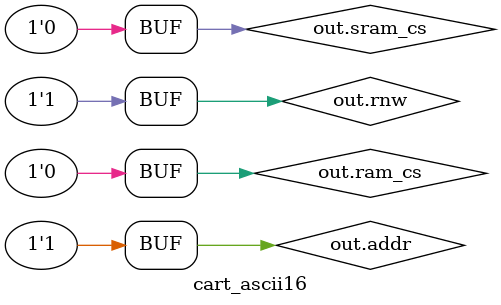
<source format=sv>
/*verilator tracing_off*/
module cart_ascii16 (
    cpu_bus cpu_bus,                   // Interface for CPU communication
    mapper mapper,                     // Struct containing mapper configuration and parameters
    mapper_out out                     // Interface for mapper output
);
    assign out.sram_cs = '0;
    assign out.ram_cs  = '0;
    assign out.rnw     = '1;
    assign out.addr    = {27{1'b1}};

endmodule

</source>
